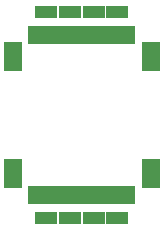
<source format=gtp>
G04*
G04 #@! TF.GenerationSoftware,Altium Limited,Altium Designer,24.6.1 (21)*
G04*
G04 Layer_Color=8421504*
%FSLAX44Y44*%
%MOMM*%
G71*
G04*
G04 #@! TF.SameCoordinates,A60324F7-5EA5-4536-B251-014C174E4282*
G04*
G04*
G04 #@! TF.FilePolarity,Positive*
G04*
G01*
G75*
%ADD14R,1.1080X1.0580*%
%ADD15R,1.4080X1.5080*%
%ADD16R,1.5080X1.4080*%
D14*
X-5750Y87500D02*
D03*
X-14250D02*
D03*
X-25750D02*
D03*
X-34250D02*
D03*
X14250D02*
D03*
X5750D02*
D03*
X34250D02*
D03*
X25750D02*
D03*
X-25750Y-87500D02*
D03*
X-34250D02*
D03*
X-5750D02*
D03*
X-14250D02*
D03*
X14250D02*
D03*
X5750D02*
D03*
X34250D02*
D03*
X25750D02*
D03*
D15*
X-38500Y68000D02*
D03*
X-27500D02*
D03*
X-16500D02*
D03*
X-5500D02*
D03*
X38500D02*
D03*
X27500D02*
D03*
X16500D02*
D03*
X5500D02*
D03*
X-38500Y-68000D02*
D03*
X-27500D02*
D03*
X-16500D02*
D03*
X-5500D02*
D03*
X38500D02*
D03*
X27500D02*
D03*
X16500D02*
D03*
X5500D02*
D03*
D16*
X-58500Y-55000D02*
D03*
Y-44000D02*
D03*
X58500D02*
D03*
Y-55000D02*
D03*
Y44000D02*
D03*
Y55000D02*
D03*
X-58500Y44000D02*
D03*
Y55000D02*
D03*
M02*

</source>
